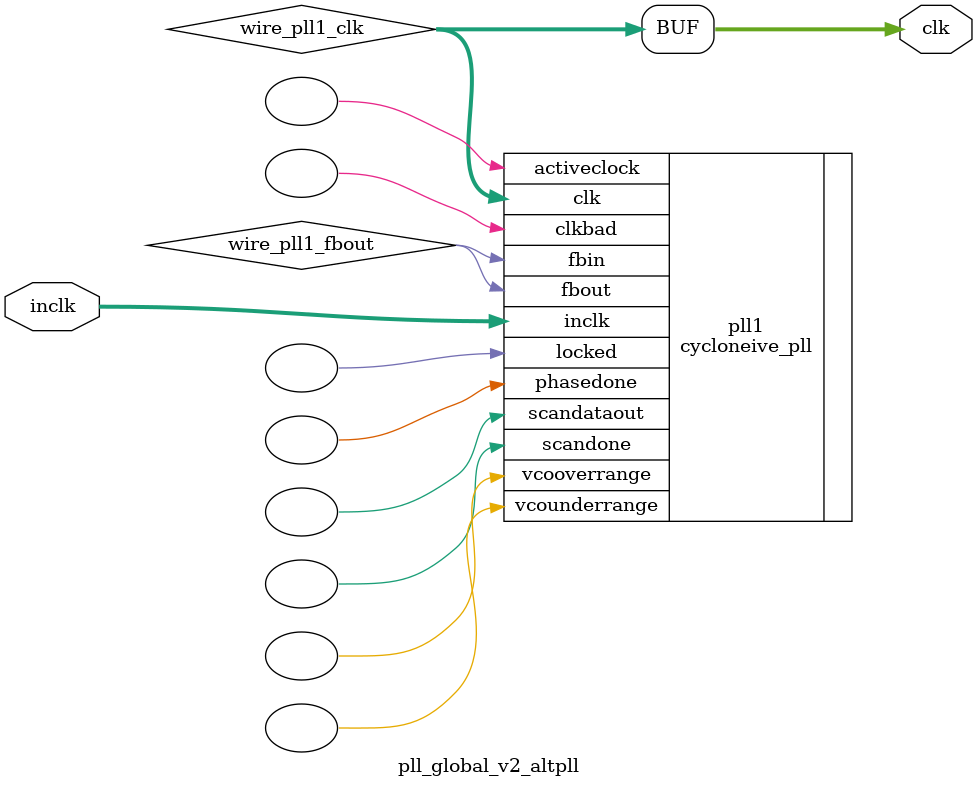
<source format=v>






//synthesis_resources = cycloneive_pll 1 
//synopsys translate_off
`timescale 1 ps / 1 ps
//synopsys translate_on
module  pll_global_v2_altpll
	( 
	clk,
	inclk) /* synthesis synthesis_clearbox=1 */;
	output   [4:0]  clk;
	input   [1:0]  inclk;
`ifndef ALTERA_RESERVED_QIS
// synopsys translate_off
`endif
	tri0   [1:0]  inclk;
`ifndef ALTERA_RESERVED_QIS
// synopsys translate_on
`endif

	wire  [4:0]   wire_pll1_clk;
	wire  wire_pll1_fbout;

	cycloneive_pll   pll1
	( 
	.activeclock(),
	.clk(wire_pll1_clk),
	.clkbad(),
	.fbin(wire_pll1_fbout),
	.fbout(wire_pll1_fbout),
	.inclk(inclk),
	.locked(),
	.phasedone(),
	.scandataout(),
	.scandone(),
	.vcooverrange(),
	.vcounderrange()
	`ifndef FORMAL_VERIFICATION
	// synopsys translate_off
	`endif
	,
	.areset(1'b0),
	.clkswitch(1'b0),
	.configupdate(1'b0),
	.pfdena(1'b1),
	.phasecounterselect({3{1'b0}}),
	.phasestep(1'b0),
	.phaseupdown(1'b0),
	.scanclk(1'b0),
	.scanclkena(1'b1),
	.scandata(1'b0)
	`ifndef FORMAL_VERIFICATION
	// synopsys translate_on
	`endif
	);
	defparam
		pll1.bandwidth_type = "auto",
		pll1.clk0_divide_by = 5,
		pll1.clk0_duty_cycle = 50,
		pll1.clk0_multiply_by = 8,
		pll1.clk0_phase_shift = "0",
		pll1.clk1_divide_by = 2,
		pll1.clk1_duty_cycle = 50,
		pll1.clk1_multiply_by = 1,
		pll1.clk1_phase_shift = "0",
		pll1.clk2_divide_by = 3125,
		pll1.clk2_duty_cycle = 50,
		pll1.clk2_multiply_by = 768,
		pll1.clk2_phase_shift = "0",
		pll1.compensate_clock = "clk0",
		pll1.inclk0_input_frequency = 20000,
		pll1.operation_mode = "normal",
		pll1.pll_type = "auto",
		pll1.lpm_type = "cycloneive_pll";
	assign
		clk = {wire_pll1_clk[4:0]};
endmodule //pll_global_v2_altpll
//VALID FILE

</source>
